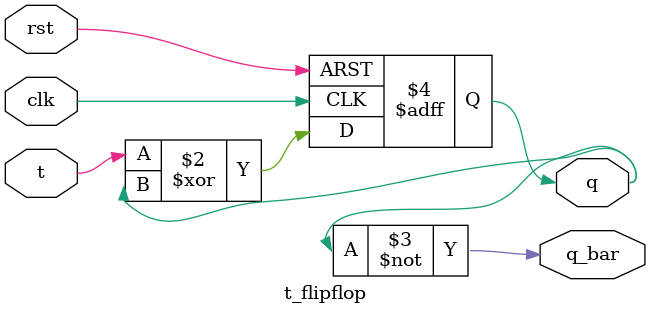
<source format=v>
`timescale 10ps/1ps
module t_flipflop(
    input t,
    input clk,
    input rst,
    output reg q,
    output q_bar
);
    always @(posedge clk, posedge rst) 
    begin
        
        if (rst) begin
            q <= 1'b0;
        end
        
        else q <= t ^ q;
    end
    assign q_bar = ~q;
    
endmodule
</source>
